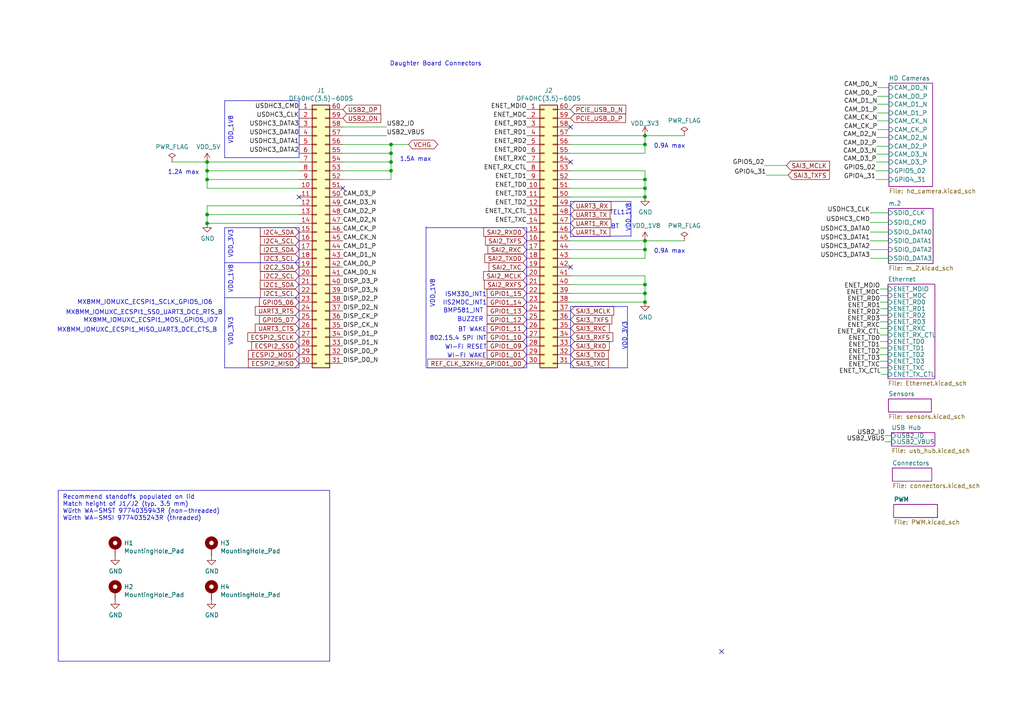
<source format=kicad_sch>
(kicad_sch (version 20230121) (generator eeschema)
  (paper "A4")
  (title_block (title "Drone Control") (date "2023-03-22") (rev "A") (company "Teledatics Incorporated") (comment 1 "James Ewing"))
  (lib_symbols
    (symbol "Connector_Generic:Conn_02x30_Counter_Clockwise" (pin_names (offset 1.016) hide)
      (property "Reference" "J" (at 1.27 38.1 0))
      (property "Value" "Conn_02x30_Counter_Clockwise" (at 1.27 -40.64 0))
      (symbol "Conn_02x30_Counter_Clockwise_1_1"
        (rectangle (start -1.27 -37.973) (end 0 -38.227) (stroke (width 0.1524)))
        (rectangle (start -1.27 -35.433) (end 0 -35.687) (stroke (width 0.1524)))
        (rectangle (start -1.27 -32.893) (end 0 -33.147) (stroke (width 0.1524)))
        (rectangle (start -1.27 -30.353) (end 0 -30.607) (stroke (width 0.1524)))
        (rectangle (start -1.27 -27.813) (end 0 -28.067) (stroke (width 0.1524)))
        (rectangle (start -1.27 -25.273) (end 0 -25.527) (stroke (width 0.1524)))
        (rectangle (start -1.27 -22.733) (end 0 -22.987) (stroke (width 0.1524)))
        (rectangle (start -1.27 -20.193) (end 0 -20.447) (stroke (width 0.1524)))
        (rectangle (start -1.27 -17.653) (end 0 -17.907) (stroke (width 0.1524)))
        (rectangle (start -1.27 -15.113) (end 0 -15.367) (stroke (width 0.1524)))
        (rectangle (start -1.27 -12.573) (end 0 -12.827) (stroke (width 0.1524)))
        (rectangle (start -1.27 -10.033) (end 0 -10.287) (stroke (width 0.1524)))
        (rectangle (start -1.27 -7.493) (end 0 -7.747) (stroke (width 0.1524)))
        (rectangle (start -1.27 -4.953) (end 0 -5.207) (stroke (width 0.1524)))
        (rectangle (start -1.27 -2.413) (end 0 -2.667) (stroke (width 0.1524)))
        (rectangle (start -1.27 0.127) (end 0 -0.127) (stroke (width 0.1524)))
        (rectangle (start -1.27 2.667) (end 0 2.413) (stroke (width 0.1524)))
        (rectangle (start -1.27 5.207) (end 0 4.953) (stroke (width 0.1524)))
        (rectangle (start -1.27 7.747) (end 0 7.493) (stroke (width 0.1524)))
        (rectangle (start -1.27 10.287) (end 0 10.033) (stroke (width 0.1524)))
        (rectangle (start -1.27 12.827) (end 0 12.573) (stroke (width 0.1524)))
        (rectangle (start -1.27 15.367) (end 0 15.113) (stroke (width 0.1524)))
        (rectangle (start -1.27 17.907) (end 0 17.653) (stroke (width 0.1524)))
        (rectangle (start -1.27 20.447) (end 0 20.193) (stroke (width 0.1524)))
        (rectangle (start -1.27 22.987) (end 0 22.733) (stroke (width 0.1524)))
        (rectangle (start -1.27 25.527) (end 0 25.273) (stroke (width 0.1524)))
        (rectangle (start -1.27 28.067) (end 0 27.813) (stroke (width 0.1524)))
        (rectangle (start -1.27 30.607) (end 0 30.353) (stroke (width 0.1524)))
        (rectangle (start -1.27 33.147) (end 0 32.893) (stroke (width 0.1524)))
        (rectangle (start -1.27 35.687) (end 0 35.433) (stroke (width 0.1524)))
        (rectangle (start -1.27 36.83) (end 3.81 -39.37) (stroke (width 0.254)) (fill (type background)))
        (rectangle (start 3.81 -37.973) (end 2.54 -38.227) (stroke (width 0.1524)))
        (rectangle (start 3.81 -35.433) (end 2.54 -35.687) (stroke (width 0.1524)))
        (rectangle (start 3.81 -32.893) (end 2.54 -33.147) (stroke (width 0.1524)))
        (rectangle (start 3.81 -30.353) (end 2.54 -30.607) (stroke (width 0.1524)))
        (rectangle (start 3.81 -27.813) (end 2.54 -28.067) (stroke (width 0.1524)))
        (rectangle (start 3.81 -25.273) (end 2.54 -25.527) (stroke (width 0.1524)))
        (rectangle (start 3.81 -22.733) (end 2.54 -22.987) (stroke (width 0.1524)))
        (rectangle (start 3.81 -20.193) (end 2.54 -20.447) (stroke (width 0.1524)))
        (rectangle (start 3.81 -17.653) (end 2.54 -17.907) (stroke (width 0.1524)))
        (rectangle (start 3.81 -15.113) (end 2.54 -15.367) (stroke (width 0.1524)))
        (rectangle (start 3.81 -12.573) (end 2.54 -12.827) (stroke (width 0.1524)))
        (rectangle (start 3.81 -10.033) (end 2.54 -10.287) (stroke (width 0.1524)))
        (rectangle (start 3.81 -7.493) (end 2.54 -7.747) (stroke (width 0.1524)))
        (rectangle (start 3.81 -4.953) (end 2.54 -5.207) (stroke (width 0.1524)))
        (rectangle (start 3.81 -2.413) (end 2.54 -2.667) (stroke (width 0.1524)))
        (rectangle (start 3.81 0.127) (end 2.54 -0.127) (stroke (width 0.1524)))
        (rectangle (start 3.81 2.667) (end 2.54 2.413) (stroke (width 0.1524)))
        (rectangle (start 3.81 5.207) (end 2.54 4.953) (stroke (width 0.1524)))
        (rectangle (start 3.81 7.747) (end 2.54 7.493) (stroke (width 0.1524)))
        (rectangle (start 3.81 10.287) (end 2.54 10.033) (stroke (width 0.1524)))
        (rectangle (start 3.81 12.827) (end 2.54 12.573) (stroke (width 0.1524)))
        (rectangle (start 3.81 15.367) (end 2.54 15.113) (stroke (width 0.1524)))
        (rectangle (start 3.81 17.907) (end 2.54 17.653) (stroke (width 0.1524)))
        (rectangle (start 3.81 20.447) (end 2.54 20.193) (stroke (width 0.1524)))
        (rectangle (start 3.81 22.987) (end 2.54 22.733) (stroke (width 0.1524)))
        (rectangle (start 3.81 25.527) (end 2.54 25.273) (stroke (width 0.1524)))
        (rectangle (start 3.81 28.067) (end 2.54 27.813) (stroke (width 0.1524)))
        (rectangle (start 3.81 30.607) (end 2.54 30.353) (stroke (width 0.1524)))
        (rectangle (start 3.81 33.147) (end 2.54 32.893) (stroke (width 0.1524)))
        (rectangle (start 3.81 35.687) (end 2.54 35.433) (stroke (width 0.1524)))
        (pin passive line (at -5.08 35.56 0) (length 3.81) (name "Pin_1") (number "1"))
        (pin passive line (at -5.08 12.7 0) (length 3.81) (name "Pin_10") (number "10"))
        (pin passive line (at -5.08 10.16 0) (length 3.81) (name "Pin_11") (number "11"))
        (pin passive line (at -5.08 7.62 0) (length 3.81) (name "Pin_12") (number "12"))
        (pin passive line (at -5.08 5.08 0) (length 3.81) (name "Pin_13") (number "13"))
        (pin passive line (at -5.08 2.54 0) (length 3.81) (name "Pin_14") (number "14"))
        (pin passive line (at -5.08 0 0) (length 3.81) (name "Pin_15") (number "15"))
        (pin passive line (at -5.08 -2.54 0) (length 3.81) (name "Pin_16") (number "16"))
        (pin passive line (at -5.08 -5.08 0) (length 3.81) (name "Pin_17") (number "17"))
        (pin passive line (at -5.08 -7.62 0) (length 3.81) (name "Pin_18") (number "18"))
        (pin passive line (at -5.08 -10.16 0) (length 3.81) (name "Pin_19") (number "19"))
        (pin passive line (at -5.08 33.02 0) (length 3.81) (name "Pin_2") (number "2"))
        (pin passive line (at -5.08 -12.7 0) (length 3.81) (name "Pin_20") (number "20"))
        (pin passive line (at -5.08 -15.24 0) (length 3.81) (name "Pin_21") (number "21"))
        (pin passive line (at -5.08 -17.78 0) (length 3.81) (name "Pin_22") (number "22"))
        (pin passive line (at -5.08 -20.32 0) (length 3.81) (name "Pin_23") (number "23"))
        (pin passive line (at -5.08 -22.86 0) (length 3.81) (name "Pin_24") (number "24"))
        (pin passive line (at -5.08 -25.4 0) (length 3.81) (name "Pin_25") (number "25"))
        (pin passive line (at -5.08 -27.94 0) (length 3.81) (name "Pin_26") (number "26"))
        (pin passive line (at -5.08 -30.48 0) (length 3.81) (name "Pin_27") (number "27"))
        (pin passive line (at -5.08 -33.02 0) (length 3.81) (name "Pin_28") (number "28"))
        (pin passive line (at -5.08 -35.56 0) (length 3.81) (name "Pin_29") (number "29"))
        (pin passive line (at -5.08 30.48 0) (length 3.81) (name "Pin_3") (number "3"))
        (pin passive line (at -5.08 -38.1 0) (length 3.81) (name "Pin_30") (number "30"))
        (pin passive line (at 7.62 -38.1 180) (length 3.81) (name "Pin_31") (number "31"))
        (pin passive line (at 7.62 -35.56 180) (length 3.81) (name "Pin_32") (number "32"))
        (pin passive line (at 7.62 -33.02 180) (length 3.81) (name "Pin_33") (number "33"))
        (pin passive line (at 7.62 -30.48 180) (length 3.81) (name "Pin_34") (number "34"))
        (pin passive line (at 7.62 -27.94 180) (length 3.81) (name "Pin_35") (number "35"))
        (pin passive line (at 7.62 -25.4 180) (length 3.81) (name "Pin_36") (number "36"))
        (pin passive line (at 7.62 -22.86 180) (length 3.81) (name "Pin_37") (number "37"))
        (pin passive line (at 7.62 -20.32 180) (length 3.81) (name "Pin_38") (number "38"))
        (pin passive line (at 7.62 -17.78 180) (length 3.81) (name "Pin_39") (number "39"))
        (pin passive line (at -5.08 27.94 0) (length 3.81) (name "Pin_4") (number "4"))
        (pin passive line (at 7.62 -15.24 180) (length 3.81) (name "Pin_40") (number "40"))
        (pin passive line (at 7.62 -12.7 180) (length 3.81) (name "Pin_41") (number "41"))
        (pin passive line (at 7.62 -10.16 180) (length 3.81) (name "Pin_42") (number "42"))
        (pin passive line (at 7.62 -7.62 180) (length 3.81) (name "Pin_43") (number "43"))
        (pin passive line (at 7.62 -5.08 180) (length 3.81) (name "Pin_44") (number "44"))
        (pin passive line (at 7.62 -2.54 180) (length 3.81) (name "Pin_45") (number "45"))
        (pin passive line (at 7.62 0 180) (length 3.81) (name "Pin_46") (number "46"))
        (pin passive line (at 7.62 2.54 180) (length 3.81) (name "Pin_47") (number "47"))
        (pin passive line (at 7.62 5.08 180) (length 3.81) (name "Pin_48") (number "48"))
        (pin passive line (at 7.62 7.62 180) (length 3.81) (name "Pin_49") (number "49"))
        (pin passive line (at -5.08 25.4 0) (length 3.81) (name "Pin_5") (number "5"))
        (pin passive line (at 7.62 10.16 180) (length 3.81) (name "Pin_50") (number "50"))
        (pin passive line (at 7.62 12.7 180) (length 3.81) (name "Pin_51") (number "51"))
        (pin passive line (at 7.62 15.24 180) (length 3.81) (name "Pin_52") (number "52"))
        (pin passive line (at 7.62 17.78 180) (length 3.81) (name "Pin_53") (number "53"))
        (pin passive line (at 7.62 20.32 180) (length 3.81) (name "Pin_54") (number "54"))
        (pin passive line (at 7.62 22.86 180) (length 3.81) (name "Pin_55") (number "55"))
        (pin passive line (at 7.62 25.4 180) (length 3.81) (name "Pin_56") (number "56"))
        (pin passive line (at 7.62 27.94 180) (length 3.81) (name "Pin_57") (number "57"))
        (pin passive line (at 7.62 30.48 180) (length 3.81) (name "Pin_58") (number "58"))
        (pin passive line (at 7.62 33.02 180) (length 3.81) (name "Pin_59") (number "59"))
        (pin passive line (at -5.08 22.86 0) (length 3.81) (name "Pin_6") (number "6"))
        (pin passive line (at 7.62 35.56 180) (length 3.81) (name "Pin_60") (number "60"))
        (pin passive line (at -5.08 20.32 0) (length 3.81) (name "Pin_7") (number "7"))
        (pin passive line (at -5.08 17.78 0) (length 3.81) (name "Pin_8") (number "8"))
        (pin passive line (at -5.08 15.24 0) (length 3.81) (name "Pin_9") (number "9"))
      )
    )
    (symbol "Mechanical:MountingHole_Pad" (pin_numbers hide) (pin_names (offset 1.016) hide)
      (property "Reference" "H" (at 0 6.35 0))
      (property "Value" "MountingHole_Pad" (at 0 4.445 0))
      (symbol "MountingHole_Pad_0_1"
        (circle (center 0 1.27) (radius 1.27) (stroke (width 1.27)))
      )
      (symbol "MountingHole_Pad_1_1"
        (pin input line (at 0 -2.54 90) (length 2.54) (name "1") (number "1"))
      )
    )
    (symbol "kimchi_ulid:VDD_1V8" (power) (pin_names (offset 0))
      (property "Value" "VDD_1V8" (at 0 3.556 0))
      (symbol "VDD_1V8_0_1"
        (polyline (pts (xy -0.762 1.27) (xy 0 2.54)))
        (polyline (pts (xy 0 0) (xy 0 2.54)))
        (polyline (pts (xy 0 2.54) (xy 0.762 1.27)))
      )
      (symbol "VDD_1V8_1_1"
        (pin power_in line (at 0 0 90) (length 0) hide (name "VDD_1V8") (number "1"))
      )
    )
    (symbol "kimchi_ulid:VDD_3V3" (power) (pin_names (offset 0))
      (property "Value" "VDD_3V3" (at 0 3.556 0))
      (symbol "VDD_3V3_0_1"
        (polyline (pts (xy -0.762 1.27) (xy 0 2.54)))
        (polyline (pts (xy 0 0) (xy 0 2.54)))
        (polyline (pts (xy 0 2.54) (xy 0.762 1.27)))
      )
      (symbol "VDD_3V3_1_1"
        (pin power_in line (at 0 0 90) (length 0) hide (name "VDD_3V3") (number "1"))
      )
    )
    (symbol "kimchi_ulid:VDD_5V" (power) (pin_names (offset 0))
      (property "Value" "VDD_5V" (at 0 3.556 0))
      (symbol "VDD_5V_0_1"
        (polyline (pts (xy -0.762 1.27) (xy 0 2.54)))
        (polyline (pts (xy 0 0) (xy 0 2.54)))
        (polyline (pts (xy 0 2.54) (xy 0.762 1.27)))
      )
      (symbol "VDD_5V_1_1"
        (pin power_in line (at 0 0 90) (length 0) hide (name "VDD_5V") (number "1"))
      )
    )
    (symbol "power:GND" (power) (pin_names (offset 0))
      (property "Value" "GND" (at 0 -3.81 0))
      (symbol "GND_0_1"
        (polyline (pts (xy 0 0) (xy 0 -1.27) (xy 1.27 -1.27) (xy 0 -2.54) (xy -1.27 -1.27) (xy 0 -1.27)))
      )
      (symbol "GND_1_1"
        (pin power_in line (at 0 0 270) (length 0) hide (name "GND") (number "1"))
      )
    )
    (symbol "power:PWR_FLAG" (power) (pin_numbers hide) (pin_names (offset 0) hide)
      (property "Value" "PWR_FLAG" (at 0 3.81 0))
      (symbol "PWR_FLAG_0_0"
        (pin power_out line (at 0 0 90) (length 0) (name "pwr") (number "1"))
      )
      (symbol "PWR_FLAG_0_1"
        (polyline (pts (xy 0 0) (xy 0 1.27) (xy -1.016 1.905) (xy 0 2.54) (xy 1.016 1.905) (xy 0 1.27)))
      )
    )
  )
  (junction (at 187.071 72.39))
  (junction (at 187.071 69.85))
  (junction (at 113.411 41.91))
  (junction (at 187.071 41.91))
  (junction (at 187.071 39.37))
  (junction (at 187.071 85.09))
  (junction (at 187.071 52.07))
  (junction (at 60.071 52.07))
  (junction (at 60.071 64.77))
  (junction (at 60.071 46.99))
  (junction (at 187.071 82.55))
  (junction (at 60.071 62.23))
  (junction (at 187.071 57.15))
  (junction (at 113.411 44.45))
  (junction (at 187.071 54.61))
  (junction (at 60.071 49.53))
  (junction (at 187.071 87.63))
  (junction (at 113.411 49.53))
  (junction (at 113.411 46.99))
  (no_connect (at 86.741 57.15))
  (no_connect (at 165.481 36.83))
  (no_connect (at 99.441 54.61))
  (no_connect (at 165.481 77.47))
  (no_connect (at 209.296 188.976))
  (no_connect (at 165.481 46.99))
  (wire (pts (xy 187.071 49.53) (xy 187.071 52.07)))
  (wire (pts (xy 254.254 46.99) (xy 257.81 46.99)))
  (polyline (pts (xy 165.481 88.9) (xy 165.481 106.68)))
  (wire (pts (xy 187.071 39.37) (xy 187.071 41.91)))
  (polyline (pts (xy 123.571 66.04) (xy 152.781 66.04)))
  (wire (pts (xy 165.481 87.63) (xy 187.071 87.63)))
  (polyline (pts (xy 95.631 142.24) (xy 95.631 191.77)))
  (wire (pts (xy 113.411 41.91) (xy 99.441 41.91)))
  (wire (pts (xy 187.071 69.85) (xy 165.481 69.85)))
  (wire (pts (xy 252.349 67.31) (xy 257.683 67.31)))
  (wire (pts (xy 255.27 100.965) (xy 257.556 100.965)))
  (wire (pts (xy 187.071 80.01) (xy 187.071 82.55)))
  (wire (pts (xy 86.741 54.61) (xy 60.071 54.61)))
  (wire (pts (xy 254.254 39.878) (xy 257.81 39.878)))
  (wire (pts (xy 60.071 52.07) (xy 60.071 49.53)))
  (wire (pts (xy 255.524 108.585) (xy 257.556 108.585)))
  (wire (pts (xy 254 52.07) (xy 257.81 52.07)))
  (polyline (pts (xy 65.151 106.68) (xy 86.741 106.68)))
  (wire (pts (xy 255.27 104.775) (xy 257.556 104.775)))
  (polyline (pts (xy 86.741 66.04) (xy 86.741 106.68)))
  (wire (pts (xy 187.071 39.37) (xy 165.481 39.37)))
  (wire (pts (xy 221.742 48.006) (xy 228.092 48.006)))
  (wire (pts (xy 252.349 74.93) (xy 257.683 74.93)))
  (wire (pts (xy 256.667 128.143) (xy 258.572 128.143)))
  (wire (pts (xy 252.349 69.85) (xy 257.683 69.85)))
  (wire (pts (xy 252.349 64.516) (xy 257.683 64.516)))
  (wire (pts (xy 187.071 72.39) (xy 187.071 74.93)))
  (wire (pts (xy 118.491 41.91) (xy 113.411 41.91)))
  (polyline (pts (xy 65.151 45.72) (xy 86.741 45.72)))
  (wire (pts (xy 113.411 52.07) (xy 99.441 52.07)))
  (polyline (pts (xy 165.481 58.42) (xy 182.88 58.42)))
  (wire (pts (xy 254.508 32.766) (xy 257.81 32.766)))
  (polyline (pts (xy 86.741 29.21) (xy 86.741 45.72)))
  (wire (pts (xy 254 49.53) (xy 257.81 49.53)))
  (wire (pts (xy 255.27 91.44) (xy 257.556 91.44)))
  (wire (pts (xy 165.481 85.09) (xy 187.071 85.09)))
  (wire (pts (xy 60.071 54.61) (xy 60.071 52.07)))
  (polyline (pts (xy 65.151 76.2) (xy 86.741 76.2)))
  (wire (pts (xy 113.411 44.45) (xy 113.411 46.99)))
  (wire (pts (xy 86.741 64.77) (xy 60.071 64.77)))
  (wire (pts (xy 255.27 85.725) (xy 257.556 85.725)))
  (wire (pts (xy 113.411 49.53) (xy 99.441 49.53)))
  (wire (pts (xy 254.254 44.704) (xy 257.81 44.704)))
  (wire (pts (xy 255.27 102.87) (xy 257.556 102.87)))
  (wire (pts (xy 254.508 25.4) (xy 257.81 25.4)))
  (wire (pts (xy 165.481 72.39) (xy 187.071 72.39)))
  (wire (pts (xy 113.411 44.45) (xy 99.441 44.45)))
  (wire (pts (xy 198.501 39.37) (xy 187.071 39.37)))
  (polyline (pts (xy 183.007 58.42) (xy 183.007 68.58)))
  (wire (pts (xy 254.508 30.226) (xy 257.81 30.226)))
  (wire (pts (xy 113.411 41.91) (xy 113.411 44.45)))
  (wire (pts (xy 255.397 89.535) (xy 257.556 89.535)))
  (polyline (pts (xy 165.481 106.68) (xy 181.991 106.68)))
  (wire (pts (xy 165.481 44.45) (xy 187.071 44.45)))
  (polyline (pts (xy 65.151 66.04) (xy 65.151 106.68)))
  (wire (pts (xy 86.741 62.23) (xy 60.071 62.23)))
  (wire (pts (xy 187.071 44.45) (xy 187.071 41.91)))
  (wire (pts (xy 252.349 72.39) (xy 257.683 72.39)))
  (wire (pts (xy 187.071 54.61) (xy 187.071 52.07)))
  (wire (pts (xy 255.27 106.68) (xy 257.556 106.68)))
  (wire (pts (xy 86.741 52.07) (xy 60.071 52.07)))
  (wire (pts (xy 255.27 93.345) (xy 257.556 93.345)))
  (polyline (pts (xy 65.151 29.21) (xy 65.151 45.72)))
  (wire (pts (xy 187.071 52.07) (xy 165.481 52.07)))
  (wire (pts (xy 187.071 74.93) (xy 165.481 74.93)))
  (wire (pts (xy 222.25 50.8) (xy 228.6 50.8)))
  (polyline (pts (xy 181.991 88.9) (xy 165.481 88.9)))
  (polyline (pts (xy 152.781 66.04) (xy 152.781 106.68)))
  (wire (pts (xy 99.441 39.37) (xy 112.141 39.37)))
  (wire (pts (xy 165.481 54.61) (xy 187.071 54.61)))
  (wire (pts (xy 165.481 82.55) (xy 187.071 82.55)))
  (wire (pts (xy 165.481 57.15) (xy 187.071 57.15)))
  (polyline (pts (xy 86.741 29.21) (xy 65.151 29.21)))
  (wire (pts (xy 86.741 59.69) (xy 60.071 59.69)))
  (wire (pts (xy 187.071 69.85) (xy 187.071 72.39)))
  (wire (pts (xy 99.441 36.83) (xy 112.141 36.83)))
  (polyline (pts (xy 181.991 106.68) (xy 181.991 88.9)))
  (wire (pts (xy 60.071 49.53) (xy 60.071 46.99)))
  (wire (pts (xy 255.27 97.155) (xy 257.556 97.155)))
  (wire (pts (xy 187.071 87.63) (xy 187.071 85.09)))
  (polyline (pts (xy 165.481 68.58) (xy 165.481 58.42)))
  (wire (pts (xy 113.411 46.99) (xy 113.411 49.53)))
  (polyline (pts (xy 16.891 142.24) (xy 95.631 142.24)))
  (polyline (pts (xy 16.891 191.77) (xy 16.891 142.24)))
  (wire (pts (xy 254.508 27.94) (xy 257.81 27.94)))
  (wire (pts (xy 60.071 46.99) (xy 86.741 46.99)))
  (polyline (pts (xy 86.741 86.36) (xy 65.151 86.36)))
  (wire (pts (xy 86.741 49.53) (xy 60.071 49.53)))
  (wire (pts (xy 113.411 46.99) (xy 99.441 46.99)))
  (wire (pts (xy 255.27 87.63) (xy 257.556 87.63)))
  (wire (pts (xy 60.071 59.69) (xy 60.071 62.23)))
  (wire (pts (xy 255.27 99.06) (xy 257.556 99.06)))
  (wire (pts (xy 254.508 35.052) (xy 257.81 35.052)))
  (wire (pts (xy 187.071 82.55) (xy 187.071 85.09)))
  (wire (pts (xy 113.411 49.53) (xy 113.411 52.07)))
  (polyline (pts (xy 152.781 106.68) (xy 123.571 106.68)))
  (wire (pts (xy 198.501 69.85) (xy 187.071 69.85)))
  (wire (pts (xy 254.254 42.418) (xy 257.81 42.418)))
  (wire (pts (xy 254.508 37.592) (xy 257.81 37.592)))
  (wire (pts (xy 252.349 61.722) (xy 257.683 61.722)))
  (wire (pts (xy 49.911 46.99) (xy 60.071 46.99)))
  (wire (pts (xy 187.071 41.91) (xy 165.481 41.91)))
  (wire (pts (xy 256.667 126.365) (xy 258.572 126.365)))
  (wire (pts (xy 255.27 95.25) (xy 257.556 95.25)))
  (polyline (pts (xy 86.741 66.04) (xy 65.151 66.04)))
  (polyline (pts (xy 183.007 68.453) (xy 165.481 68.58)))
  (polyline (pts (xy 123.571 106.426) (xy 123.571 65.786)))
  (wire (pts (xy 165.481 80.01) (xy 187.071 80.01)))
  (polyline (pts (xy 95.631 191.77) (xy 16.891 191.77)))
  (wire (pts (xy 255.27 83.82) (xy 257.556 83.82)))
  (wire (pts (xy 187.071 57.15) (xy 187.071 54.61)))
  (wire (pts (xy 60.071 62.23) (xy 60.071 64.77)))
  (wire (pts (xy 165.481 49.53) (xy 187.071 49.53)))
  (text "TEL1" (at 176.784 62.484 0) (effects (font (size 1.27 1.27)) (justify left bottom)))
  (text "MX8MM_IOMUXC_ECSPI1_SCLK_GPIO5_IO6" (at 22.352 88.519 0) (effects (font (size 1.27 1.27)) (justify left bottom)))
  (text "BT" (at 177.165 66.548 0) (effects (font (size 1.27 1.27)) (justify left bottom)))
  (text "1.2A max" (at 48.641 50.8 0) (effects (font (size 1.27 1.27)) (justify left bottom)))
  (text "IIS2MDC_INT1" (at 128.397 88.646 0) (effects (font (size 1.27 1.27)) (justify left bottom)))
  (text "MX8MM_IOMUXC_ECSPI1_MOSI_GPIO5_IO7" (at 24.13 93.726 0) (effects (font (size 1.27 1.27)) (justify left bottom)))
  (text "VDD_1V8" (at 126.238 89.281 90) (effects (font (size 1.27 1.27)) (justify left bottom)))
  (text "WI-FI RESET" (at 129.032 101.473 0) (effects (font (size 1.27 1.27)) (justify left bottom)))
  (text "BUZZER" (at 132.588 93.472 0) (effects (font (size 1.27 1.27)) (justify left bottom)))
  (text "BMP581_INT" (at 128.524 90.932 0) (effects (font (size 1.27 1.27)) (justify left bottom)))
  (text "VDD_1V8" (at 183.007 67.31 90) (effects (font (size 1.27 1.27)) (justify left bottom)))
  (text "VDD_3V3" (at 181.991 101.6 90) (effects (font (size 1.27 1.27)) (justify left bottom)))
  (text "1.5A max" (at 115.951 46.99 0) (effects (font (size 1.27 1.27)) (justify left bottom)))
  (text "MX8MM_IOMUXC_ECSPI1_SS0_UART3_DCE_RTS_B" (at 19.05 91.44 0) (effects (font (size 1.27 1.27)) (justify left bottom)))
  (text "VDD_1V8" (at 67.691 41.91 90) (effects (font (size 1.27 1.27)) (justify left bottom)))
  (text "0.9A max" (at 189.611 73.66 0) (effects (font (size 1.27 1.27)) (justify left bottom)))
  (text "0.9A max" (at 189.611 43.18 0) (effects (font (size 1.27 1.27)) (justify left bottom)))
  (text "BT WAKE" (at 132.842 96.393 0) (effects (font (size 1.27 1.27)) (justify left bottom)))
  (text "Recommend standoffs populated on lid\nMatch height of J1/J2 (typ. 3.5 mm)\nWürth WA-SMST 9774035943R (non-threaded)\nWürth WA-SMSI 9774035243R (threaded)" (at 18.161 151.13 0) (effects (font (size 1.27 1.27)) (justify left bottom)))
  (text "802.15.4 SPI INT" (at 124.587 98.933 0) (effects (font (size 1.27 1.27)) (justify left bottom)))
  (text "VDD_1V8" (at 67.691 85.09 90) (effects (font (size 1.27 1.27)) (justify left bottom)))
  (text "VDD_3V3" (at 67.691 74.93 90) (effects (font (size 1.27 1.27)) (justify left bottom)))
  (text "MX8MM_IOMUXC_ECSPI1_MISO_UART3_DCE_CTS_B" (at 16.51 96.52 0) (effects (font (size 1.27 1.27)) (justify left bottom)))
  (text "ISM330_INT1" (at 129.032 86.233 0) (effects (font (size 1.27 1.27)) (justify left bottom)))
  (text "WI-FI WAKE" (at 129.667 104.013 0) (effects (font (size 1.27 1.27)) (justify left bottom)))
  (text "VDD_3V3" (at 67.691 100.33 90) (effects (font (size 1.27 1.27)) (justify left bottom)))
  (text "Daughter Board Connectors" (at 113.03 19.304 0) (effects (font (size 1.27 1.27)) (justify left bottom)))
  (label "ENET_RD1" (at 152.781 39.37 180))
  (label "ENET_RX_CTL" (at 255.27 97.155 180))
  (label "USB2_VBUS" (at 256.667 128.143 180))
  (label "CAM_D1_N" (at 99.441 74.93 0))
  (label "CAM_D2_P" (at 254.254 42.418 180))
  (label "USDHC3_DATA0" (at 252.349 67.31 180))
  (label "DISP_D2_P" (at 99.441 87.63 0))
  (label "ENET_RD3" (at 255.27 93.345 180))
  (label "CAM_D1_P" (at 99.441 72.39 0))
  (label "USDHC3_CLK" (at 86.741 34.29 180))
  (label "GPIO4_31" (at 222.25 50.8 180))
  (label "GPIO5_02" (at 221.742 48.006 180))
  (label "ENET_TD3" (at 255.27 104.775 180))
  (label "DISP_D2_N" (at 99.441 90.17 0))
  (label "ENET_TX_CTL" (at 255.524 108.585 180))
  (label "USDHC3_CLK" (at 252.349 61.722 180))
  (label "ENET_TD3" (at 152.781 57.15 180))
  (label "USB2_ID" (at 256.667 126.365 180))
  (label "ENET_MDIO" (at 255.27 83.82 180))
  (label "DISP_CK_N" (at 99.441 95.25 0))
  (label "USDHC3_DATA2" (at 86.741 44.45 180))
  (label "ENET_TD0" (at 255.27 99.06 180))
  (label "ENET_MDC" (at 255.27 85.725 180))
  (label "ENET_RD3" (at 152.781 36.83 180))
  (label "DISP_CK_P" (at 99.441 92.71 0))
  (label "ENET_RD2" (at 152.781 41.91 180))
  (label "ENET_TXC" (at 255.27 106.68 180))
  (label "ENET_TD1" (at 152.781 52.07 180))
  (label "CAM_D1_N" (at 254.508 30.226 180))
  (label "ENET_TD2" (at 255.27 102.87 180))
  (label "ENET_RXC" (at 255.27 95.25 180))
  (label "CAM_D0_P" (at 254.508 27.94 180))
  (label "USDHC3_DATA1" (at 252.349 69.85 180))
  (label "ENET_RXC" (at 152.781 46.99 180))
  (label "CAM_D0_N" (at 254.508 25.4 180))
  (label "USDHC3_DATA1" (at 86.741 41.91 180))
  (label "ENET_RD0" (at 152.781 44.45 180))
  (label "GPIO4_31" (at 254 52.07 180))
  (label "DISP_D0_N" (at 99.441 105.41 0))
  (label "CAM_CK_P" (at 254.508 37.592 180))
  (label "USDHC3_DATA0" (at 86.741 39.37 180))
  (label "ENET_TD2" (at 152.781 59.69 180))
  (label "CAM_D2_N" (at 99.441 64.77 0))
  (label "ENET_TD0" (at 152.781 54.61 180))
  (label "ENET_TD1" (at 255.27 100.965 180))
  (label "CAM_CK_N" (at 254.508 35.052 180))
  (label "ENET_RD0" (at 255.27 87.63 180))
  (label "DISP_D1_N" (at 99.441 100.33 0))
  (label "ENET_MDIO" (at 152.781 31.75 180))
  (label "CAM_CK_P" (at 99.441 67.31 0))
  (label "CAM_D3_N" (at 99.441 59.69 0))
  (label "ENET_TX_CTL" (at 152.781 62.23 180))
  (label "ENET_RX_CTL" (at 152.781 49.53 180))
  (label "DISP_D1_P" (at 99.441 97.79 0))
  (label "CAM_D3_N" (at 254.254 44.704 180))
  (label "CAM_D0_P" (at 99.441 77.47 0))
  (label "CAM_D0_N" (at 99.441 80.01 0))
  (label "USB2_ID" (at 112.141 36.83 0))
  (label "ENET_TXC" (at 152.781 64.77 180))
  (label "USDHC3_DATA2" (at 252.349 72.39 180))
  (label "CAM_D3_P" (at 254.254 46.99 180))
  (label "ENET_RD2" (at 255.27 91.44 180))
  (label "DISP_D3_N" (at 99.441 85.09 0))
  (label "USDHC3_CMD" (at 86.741 31.75 180))
  (label "CAM_CK_N" (at 99.441 69.85 0))
  (label "CAM_D2_P" (at 99.441 62.23 0))
  (label "ENET_RD1" (at 255.397 89.535 180))
  (label "USDHC3_DATA3" (at 86.741 36.83 180))
  (label "DISP_D0_P" (at 99.441 102.87 0))
  (label "CAM_D2_N" (at 254.254 39.878 180))
  (label "CAM_D1_P" (at 254.508 32.766 180))
  (label "CAM_D3_P" (at 99.441 57.15 0))
  (label "GPIO5_02" (at 254 49.53 180))
  (label "ENET_MDC" (at 152.781 34.29 180))
  (label "DISP_D3_P" (at 99.441 82.55 0))
  (label "USDHC3_CMD" (at 252.349 64.516 180))
  (label "USB2_VBUS" (at 112.141 39.37 0))
  (label "USDHC3_DATA3" (at 252.349 74.93 180))
  (global_label "REF_CLK_32KHz_GPIO01_00" (shape input) (at 152.781 105.41 180) (property "Intersheetrefs" "${INTERSHEET_REFS}" (effects hide)))
  (global_label "I2C3_SCL" (shape input) (at 86.741 74.93 180) (property "Intersheetrefs" "${INTERSHEET_REFS}" (effects hide)))
  (global_label "SAI2_RXC" (shape input) (at 152.781 72.39 180) (property "Intersheetrefs" "${INTERSHEET_REFS}" (effects hide)))
  (global_label "GPIO1_14" (shape input) (at 152.781 87.63 180) (property "Intersheetrefs" "${INTERSHEET_REFS}" (effects hide)))
  (global_label "SAI2_RXFS" (shape input) (at 152.781 82.55 180) (property "Intersheetrefs" "${INTERSHEET_REFS}" (effects hide)))
  (global_label "GPIO5_07" (shape input) (at 86.741 92.71 180) (property "Intersheetrefs" "${INTERSHEET_REFS}" (effects hide)))
  (global_label "SAI3_RXD" (shape input) (at 165.481 100.33 0) (property "Intersheetrefs" "${INTERSHEET_REFS}" (effects hide)))
  (global_label "I2C2_SDA" (shape input) (at 86.741 77.47 180) (property "Intersheetrefs" "${INTERSHEET_REFS}" (effects hide)))
  (global_label "SAI2_TXFS" (shape input) (at 152.781 69.85 180) (property "Intersheetrefs" "${INTERSHEET_REFS}" (effects hide)))
  (global_label "USB2_DN" (shape input) (at 99.441 34.29 0) (property "Intersheetrefs" "${INTERSHEET_REFS}" (effects hide)))
  (global_label "GPIO1_01" (shape input) (at 152.781 102.87 180) (property "Intersheetrefs" "${INTERSHEET_REFS}" (effects hide)))
  (global_label "I2C1_SDA" (shape input) (at 86.741 82.55 180) (property "Intersheetrefs" "${INTERSHEET_REFS}" (effects hide)))
  (global_label "SAI3_TXFS" (shape input) (at 228.6 50.8 0) (property "Intersheetrefs" "${INTERSHEET_REFS}" (effects hide)))
  (global_label "GPIO1_10" (shape input) (at 152.781 97.79 180) (property "Intersheetrefs" "${INTERSHEET_REFS}" (effects hide)))
  (global_label "ECSPI2_SCLK" (shape input) (at 86.741 97.79 180) (property "Intersheetrefs" "${INTERSHEET_REFS}" (effects hide)))
  (global_label "GPIO5_06" (shape input) (at 86.741 87.63 180) (property "Intersheetrefs" "${INTERSHEET_REFS}" (effects hide)))
  (global_label "UART1_TX" (shape input) (at 165.481 67.31 0) (property "Intersheetrefs" "${INTERSHEET_REFS}" (effects hide)))
  (global_label "SAI3_TXFS" (shape input) (at 165.481 92.71 0) (property "Intersheetrefs" "${INTERSHEET_REFS}" (effects hide)))
  (global_label "SAI2_TXC" (shape input) (at 152.781 77.47 180) (property "Intersheetrefs" "${INTERSHEET_REFS}" (effects hide)))
  (global_label "UART3_CTS" (shape input) (at 86.741 95.25 180) (property "Intersheetrefs" "${INTERSHEET_REFS}" (effects hide)))
  (global_label "VCHG" (shape bidirectional) (at 118.491 41.91 0) (property "Intersheetrefs" "${INTERSHEET_REFS}" (effects hide)))
  (global_label "GPIO1_09" (shape input) (at 152.781 100.33 180) (property "Intersheetrefs" "${INTERSHEET_REFS}" (effects hide)))
  (global_label "PCIE_USB_D_N" (shape input) (at 165.481 31.75 0) (property "Intersheetrefs" "${INTERSHEET_REFS}" (effects hide)))
  (global_label "UART3_RX" (shape input) (at 165.481 59.69 0) (property "Intersheetrefs" "${INTERSHEET_REFS}" (effects hide)))
  (global_label "SAI2_TXD0" (shape input) (at 152.781 74.93 180) (property "Intersheetrefs" "${INTERSHEET_REFS}" (effects hide)))
  (global_label "SAI3_MCLK" (shape input) (at 165.481 90.17 0) (property "Intersheetrefs" "${INTERSHEET_REFS}" (effects hide)))
  (global_label "GPIO1_12" (shape input) (at 152.781 92.71 180) (property "Intersheetrefs" "${INTERSHEET_REFS}" (effects hide)))
  (global_label "PCIE_USB_D_P" (shape input) (at 165.481 34.29 0) (property "Intersheetrefs" "${INTERSHEET_REFS}" (effects hide)))
  (global_label "I2C3_SDA" (shape input) (at 86.741 72.39 180) (property "Intersheetrefs" "${INTERSHEET_REFS}" (effects hide)))
  (global_label "GPIO1_13" (shape input) (at 152.781 90.17 180) (property "Intersheetrefs" "${INTERSHEET_REFS}" (effects hide)))
  (global_label "SAI3_RXFS" (shape input) (at 165.481 97.79 0) (property "Intersheetrefs" "${INTERSHEET_REFS}" (effects hide)))
  (global_label "I2C4_SCL" (shape input) (at 86.741 69.85 180) (property "Intersheetrefs" "${INTERSHEET_REFS}" (effects hide)))
  (global_label "UART3_TX" (shape input) (at 165.481 62.23 0) (property "Intersheetrefs" "${INTERSHEET_REFS}" (effects hide)))
  (global_label "SAI2_MCLK" (shape input) (at 152.781 80.01 180) (property "Intersheetrefs" "${INTERSHEET_REFS}" (effects hide)))
  (global_label "GPIO1_15" (shape input) (at 152.781 85.09 180) (property "Intersheetrefs" "${INTERSHEET_REFS}" (effects hide)))
  (global_label "GPIO1_11" (shape input) (at 152.781 95.25 180) (property "Intersheetrefs" "${INTERSHEET_REFS}" (effects hide)))
  (global_label "I2C2_SCL" (shape input) (at 86.741 80.01 180) (property "Intersheetrefs" "${INTERSHEET_REFS}" (effects hide)))
  (global_label "USB2_DP" (shape input) (at 99.441 31.75 0) (property "Intersheetrefs" "${INTERSHEET_REFS}" (effects hide)))
  (global_label "I2C4_SDA" (shape input) (at 86.741 67.31 180) (property "Intersheetrefs" "${INTERSHEET_REFS}" (effects hide)))
  (global_label "I2C1_SCL" (shape input) (at 86.741 85.09 180) (property "Intersheetrefs" "${INTERSHEET_REFS}" (effects hide)))
  (global_label "UART1_RX" (shape input) (at 165.481 64.77 0) (property "Intersheetrefs" "${INTERSHEET_REFS}" (effects hide)))
  (global_label "SAI3_TXC" (shape input) (at 165.481 105.41 0) (property "Intersheetrefs" "${INTERSHEET_REFS}" (effects hide)))
  (global_label "SAI3_MCLK" (shape input) (at 228.092 48.006 0) (property "Intersheetrefs" "${INTERSHEET_REFS}" (effects hide)))
  (global_label "ECSPI2_MISO" (shape input) (at 86.741 105.41 180) (property "Intersheetrefs" "${INTERSHEET_REFS}" (effects hide)))
  (global_label "SAI3_TXD" (shape input) (at 165.481 102.87 0) (property "Intersheetrefs" "${INTERSHEET_REFS}" (effects hide)))
  (global_label "SAI3_RXC" (shape input) (at 165.481 95.25 0) (property "Intersheetrefs" "${INTERSHEET_REFS}" (effects hide)))
  (global_label "UART3_RTS" (shape input) (at 86.741 90.17 180) (property "Intersheetrefs" "${INTERSHEET_REFS}" (effects hide)))
  (global_label "SAI2_RXD0" (shape input) (at 152.781 67.31 180) (property "Intersheetrefs" "${INTERSHEET_REFS}" (effects hide)))
  (global_label "ECSPI2_SS0" (shape input) (at 86.741 100.33 180) (property "Intersheetrefs" "${INTERSHEET_REFS}" (effects hide)))
  (global_label "ECSPI2_MOSI" (shape input) (at 86.741 102.87 180) (property "Intersheetrefs" "${INTERSHEET_REFS}" (effects hide)))
  (symbol (lib_id "kimchi_ulid:VDD_3V3") (at 187.071 39.37 0) (unit 1)
    (property "Reference" "#PWR011" (effects hide))
    (property "Value" "VDD_3V3" (at 187.071 35.7942 0))
  )
  (symbol (lib_id "power:GND") (at 33.401 173.99 0) (unit 1)
    (property "Reference" "#PWR02" (effects hide))
    (property "Value" "GND" (at 33.528 178.3842 0))
  )
  (symbol (lib_id "power:PWR_FLAG") (at 49.911 46.99 0) (unit 1)
    (property "Reference" "#FLG01" (effects hide))
    (property "Value" "PWR_FLAG" (at 49.911 42.5958 0))
  )
  (symbol (lib_id "kimchi_ulid:VDD_1V8") (at 187.071 69.85 0) (unit 1)
    (property "Reference" "#PWR013" (effects hide))
    (property "Value" "VDD_1V8" (at 187.452 65.4558 0))
  )
  (symbol (lib_id "Mechanical:MountingHole_Pad") (at 33.401 158.75 0) (unit 1)
    (property "Reference" "H1" (at 35.941 157.5054 0) (effects (justify left)))
    (property "Value" "MountingHole_Pad" (at 35.941 159.8168 0) (effects (justify left)))
    (property "Footprint" "MountingHole:MountingHole_2.2mm_M2_Pad" (effects hide))
    (property "Mfgr" "Würth" (effects hide))
    (property "Mfgrpart" "9774035943R" (effects hide))
  )
  (symbol (lib_id "power:GND") (at 187.071 87.63 0) (unit 1)
    (property "Reference" "#PWR014" (effects hide))
    (property "Value" "GND" (at 187.198 92.0242 0))
  )
  (symbol (lib_id "power:PWR_FLAG") (at 198.501 69.85 0) (unit 1)
    (property "Reference" "#FLG03" (effects hide))
    (property "Value" "PWR_FLAG" (at 198.501 65.4558 0))
  )
  (symbol (lib_id "Mechanical:MountingHole_Pad") (at 61.341 171.45 0) (unit 1)
    (property "Reference" "H4" (at 63.881 170.2054 0) (effects (justify left)))
    (property "Value" "MountingHole_Pad" (at 63.881 172.5168 0) (effects (justify left)))
    (property "Footprint" "MountingHole:MountingHole_2.2mm_M2_Pad" (effects hide))
    (property "Mfgr" "Würth" (effects hide))
    (property "Mfgrpart" "9774035943R" (effects hide))
  )
  (symbol (lib_id "Mechanical:MountingHole_Pad") (at 33.401 171.45 0) (unit 1)
    (property "Reference" "H2" (at 35.941 170.2054 0) (effects (justify left)))
    (property "Value" "MountingHole_Pad" (at 35.941 172.5168 0) (effects (justify left)))
    (property "Footprint" "MountingHole:MountingHole_2.2mm_M2_Pad" (effects hide))
    (property "Mfgr" "Würth" (effects hide))
    (property "Mfgrpart" "9774035943R" (effects hide))
  )
  (symbol (lib_id "power:GND") (at 61.341 173.99 0) (unit 1)
    (property "Reference" "#PWR07" (effects hide))
    (property "Value" "GND" (at 61.468 178.3842 0))
  )
  (symbol (lib_id "kimchi_ulid:VDD_5V") (at 60.071 46.99 0) (unit 1)
    (property "Reference" "#PWR09" (effects hide))
    (property "Value" "VDD_5V" (at 60.452 42.5958 0))
  )
  (symbol (lib_id "power:GND") (at 33.401 161.29 0) (unit 1)
    (property "Reference" "#PWR01" (effects hide))
    (property "Value" "GND" (at 33.528 165.6842 0))
  )
  (symbol (lib_id "power:PWR_FLAG") (at 198.501 39.37 0) (unit 1)
    (property "Reference" "#FLG02" (effects hide))
    (property "Value" "PWR_FLAG" (at 198.501 34.9758 0))
  )
  (symbol (lib_id "Connector_Generic:Conn_02x30_Counter_Clockwise") (at 91.821 67.31 0) (unit 1)
    (property "Reference" "J1" (at 93.091 26.2382 0))
    (property "Value" "DF40HC(3.5)-60DS" (at 93.091 28.5496 0))
    (property "Footprint" "drone-control:DF40HC(3.5)-60DS" (effects hide))
  )
  (symbol (lib_id "Mechanical:MountingHole_Pad") (at 61.341 158.75 0) (unit 1)
    (property "Reference" "H3" (at 63.881 157.5054 0) (effects (justify left)))
    (property "Value" "MountingHole_Pad" (at 63.881 159.8168 0) (effects (justify left)))
    (property "Footprint" "MountingHole:MountingHole_2.2mm_M2_Pad" (effects hide))
    (property "Mfgr" "Würth" (effects hide))
    (property "Mfgrpart" "9774035943R" (effects hide))
  )
  (symbol (lib_id "power:GND") (at 187.071 57.15 0) (unit 1)
    (property "Reference" "#PWR012" (effects hide))
    (property "Value" "GND" (at 187.198 61.5442 0))
  )
  (symbol (lib_id "Connector_Generic:Conn_02x30_Counter_Clockwise") (at 157.861 67.31 0) (unit 1)
    (property "Reference" "J2" (at 159.131 26.2382 0))
    (property "Value" "DF40HC(3.5)-60DS" (at 159.131 28.5496 0))
    (property "Footprint" "drone-control:DF40HC(3.5)-60DS" (effects hide))
  )
  (symbol (lib_id "power:GND") (at 60.071 64.77 0) (unit 1)
    (property "Reference" "#PWR010" (effects hide))
    (property "Value" "GND" (at 60.198 69.1642 0))
  )
  (symbol (lib_id "power:GND") (at 61.341 161.29 0) (unit 1)
    (property "Reference" "#PWR06" (effects hide))
    (property "Value" "GND" (at 61.468 165.6842 0))
  )
  (sheet (at 257.81 24.13) (size 12.7 29.972) (stroke (width 0.1524) (color 132 0 132 1)) (fill (color 255 255 255 0.0000))
    (property "Sheetname" "HD Cameras" (at 257.81 23.4184 0) (effects (justify left bottom)))
    (property "Sheetfile" "hd_camera.kicad_sch" (at 257.81 54.6866 0) (effects (justify left top)))
    (pin "CAM_DO_N" input (at 257.81 25.4 180))
    (pin "CAM_DO_P" input (at 257.81 27.94 180))
    (pin "CAM_D1_N" input (at 257.81 30.226 180))
    (pin "CAM_D1_P" input (at 257.81 32.766 180))
    (pin "CAM_CK_N" input (at 257.81 35.052 180))
    (pin "CAM_CK_P" input (at 257.81 37.592 180))
    (pin "CAM_D2_N" input (at 257.81 39.878 180))
    (pin "CAM_D3_N" input (at 257.81 44.704 180))
    (pin "CAM_D2_P" input (at 257.81 42.418 180))
    (pin "CAM_D3_P" input (at 257.81 46.99 180))
    (pin "GPIO5_02" input (at 257.81 49.53 180))
    (pin "GPIO4_31" input (at 257.81 52.07 180))
  )
  (sheet (at 257.683 115.697) (size 12.446 3.81) (stroke (width 0.1524) (color 132 0 132 1)) (fill (color 255 255 255 0.0000))
    (property "Sheetname" "Sensors" (at 257.683 114.9854 0) (effects (justify left bottom)))
    (property "Sheetfile" "sensors.kicad_sch" (at 257.683 120.0916 0) (effects (justify left top)))
  )
  (sheet (at 257.556 82.423) (size 13.589 27.432) (stroke (width 0.1524) (color 132 0 132 1)) (fill (color 255 255 255 0.0000))
    (property "Sheetname" "Ethernet" (at 257.556 81.7114 0) (effects (justify left bottom)))
    (property "Sheetfile" "Ethernet.kicad_sch" (at 257.556 110.4396 0) (effects (justify left top)))
    (pin "ENET_RD1" input (at 257.556 89.535 180))
    (pin "ENET_RD2" input (at 257.556 91.44 180))
    (pin "ENET_RD0" input (at 257.556 87.63 180))
    (pin "ENET_MDIO" input (at 257.556 83.82 180))
    (pin "ENET_MDC" input (at 257.556 85.725 180))
    (pin "ENET_RD3" input (at 257.556 93.345 180))
    (pin "ENET_RXC" input (at 257.556 95.25 180))
    (pin "ENET_RX_CTL" input (at 257.556 97.155 180))
    (pin "ENET_TD1" input (at 257.556 100.965 180))
    (pin "ENET_TD0" input (at 257.556 99.06 180))
    (pin "ENET_TD3" input (at 257.556 104.775 180))
    (pin "ENET_TD2" input (at 257.556 102.87 180))
    (pin "ENET_TX_CTL" input (at 257.556 108.585 180))
    (pin "ENET_TXC" input (at 257.556 106.68 180))
  )
  (sheet (at 259.207 146.304) (size 12.7 3.81) (stroke (width 0.1524) (color 132 0 132 1)) (fill (color 255 255 255 0.0000))
    (property "Sheetname" "PWM" (at 259.207 145.5924 0) (effects (font bold) (justify left bottom)))
    (property "Sheetfile" "PWM.kicad_sch" (at 259.207 150.6986 0) (effects (justify left top)))
  )
  (sheet (at 258.572 125.476) (size 12.573 3.937) (stroke (width 0.1524) (color 132 0 132 1)) (fill (color 255 255 255 0.0000))
    (property "Sheetname" "USB Hub" (at 258.572 124.7644 0) (effects (justify left bottom)))
    (property "Sheetfile" "usb_hub.kicad_sch" (at 258.572 129.9976 0) (effects (justify left top)))
    (pin "USB2_ID" input (at 258.572 126.365 180))
    (pin "USB2_VBUS" input (at 258.572 128.143 180))
  )
  (sheet (at 258.826 135.763) (size 11.43 3.81) (stroke (width 0.1524) (color 132 0 132 1)) (fill (color 255 255 255 0.0000))
    (property "Sheetname" "Connectors" (at 258.826 135.0514 0) (effects (justify left bottom)))
    (property "Sheetfile" "connectors.kicad_sch" (at 258.826 140.1576 0) (effects (justify left top)))
  )
  (sheet (at 257.683 60.452) (size 12.954 16.002) (stroke (width 0.1524) (color 132 0 132 1)) (fill (color 255 255 255 0.0000))
    (property "Sheetname" "m.2" (at 257.683 59.7404 0) (effects (justify left bottom)))
    (property "Sheetfile" "m_2.kicad_sch" (at 257.683 77.0386 0) (effects (justify left top)))
    (pin "SDIO_DATA1" input (at 257.683 69.85 180))
    (pin "SDIO_DATA0" input (at 257.683 67.31 180))
    (pin "SDIO_DATA2" input (at 257.683 72.39 180))
    (pin "SDIO_DATA3" input (at 257.683 74.93 180))
    (pin "SDIO_CMD" input (at 257.683 64.516 180))
    (pin "SDIO_CLK" input (at 257.683 61.722 180))
  )
)
</source>
